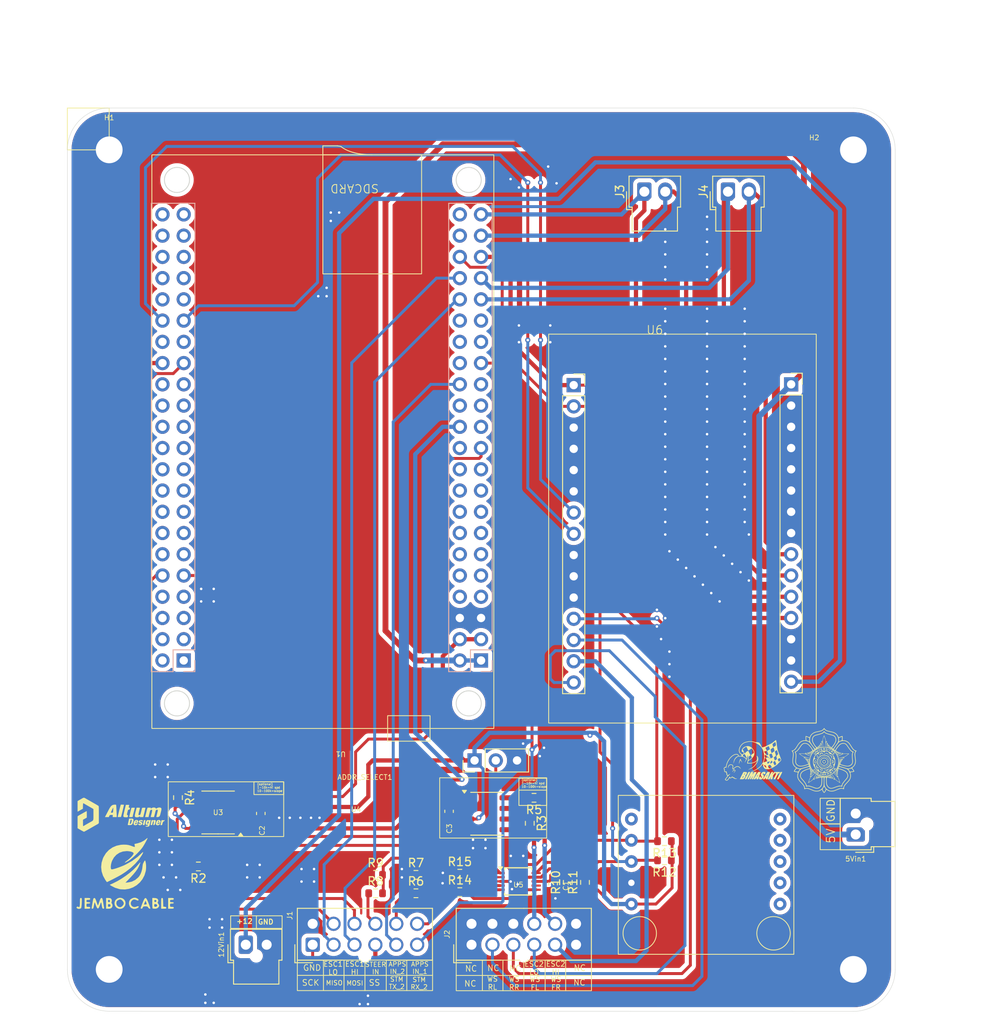
<source format=kicad_pcb>
(kicad_pcb (version 20241229) (generator "pcbnew") (generator_version "9.0")
  (layers (0 "F.Cu" signal) (2 "B.Cu" signal) (13 "F.Paste" user) (15 "B.Paste" user) (5 "F.SilkS" user "F.Silkscreen") (7 "B.SilkS" user "B.Silkscreen") (1 "F.Mask" user) (3 "B.Mask" user) (25 "Edge.Cuts" user))
  (net 0 "")
  (net 1 "APPS_IN2")
  (net 3 "GND")
  (net 6 "12V")
  (net 8 "STM_RX")
  (net 14 "5V")
  (net 21 "STM_TX")
  (net 22 "APPS_IN1")
  (net 23 "Net-(U3-Rs)")
  (net 27 "Net-(U4-Rs)")
  (net 36 "3V3")
  (net 48 "STM_RX_2")
  (net 49 "CAN2_RX")
  (net 50 "CAN1_TX")
  (net 62 "SCK")
  (net 67 "STM_TX_2")
  (net 68 "MISO")
  (net 77 "MOSI")
  (net 78 "SS")
  (net 80 "SDA")
  (net 82 "CAN1_RX")
  (net 83 "SCL")
  (net 84 "CAN2_TX")
  (net 88 "ESC1_LO")
  (net 89 "ESC1_HI")
  (net 90 "STEER")
  (net 91 "ESC2_HI")
  (net 94 "ADDR")
  (net 95 "ESC2_LO")
  (net 102 "APPS2")
  (net 103 "WS_RR")
  (net 104 "WS_RL")
  (net 105 "WS_FL")
  (net 106 "WS_FR")
  (net 107 "STEER_IN")
  (net 108 "APPS1")
  (net 109 "WS_FRo")
  (net 110 "WS_FLo")
  (net 111 "WS_RLo")
  (net 112 "WS_RRo")
  (footprint "Resistor_SMD:R_0603_1608Metric" (layer "F.Cu") (at 105.902 125.5955 90)
    (property "Reference" "R11")
    (property "Value" "10K")
  )
  (footprint "Connector_Molex:Molex_Nano-Fit_105309-xx02_1x02_P2.50mm_Vertical" (layer "F.Cu") (at 113 43 90)
    (property "Reference" "J3")
    (property "Value" "wsout1")
  )
  (footprint "Resistor_SMD:R_0603_1608Metric" (layer "F.Cu") (at 103.843166 125.5955 90)
    (property "Reference" "R10")
    (property "Value" "10K")
  )
  (footprint "MountingHole:MountingHole_3.2mm_M3_ISO7380_Pad_TopBottom" (layer "F.Cu") (at 49 136)
    (property "Reference" "H3" (hide yes))
    (property "Value" "MountingHole_Pad")
  )
  (footprint "Package_SO:SOIC-8_3.9x4.9mm_P1.27mm" (layer "F.Cu") (at 94.1795 117.3875)
    (property "Reference" "U4")
    (property "Value" "SN65HVD230" (hide yes))
  )
  (footprint "0_bno055:0_BNO055" (layer "F.Cu") (at 119.45 141.685 180)
    (property "Reference" "U2" (hide yes))
    (property "Value" "~" (hide yes))
  )
  (footprint "Package_SO:TSSOP-10_3x3mm_P0.5mm" (layer "F.Cu") (at 97.91 125.476)
    (property "Reference" "U5")
    (property "Value" "ADS1115IDGS" (hide yes))
  )
  (footprint "Resistor_SMD:R_0603_1608Metric" (layer "F.Cu") (at 99.806 115.4825 180)
    (property "Reference" "R5")
    (property "Value" "1K")
  )
  (footprint "Connector_Molex:Molex_Nano-Fit_105309-xx02_1x02_P2.50mm_Vertical" (layer "F.Cu") (at 65.332 133.048 90)
    (property "Reference" "12Vin1")
    (property "Value" "Conn_01x02")
  )
  (footprint "0_logo:altium 12x12" (layer "F.Cu") (at 50.5 117.5)
    (property "Reference" "G***" (hide yes))
    (property "Value" "LOGO" (hide yes))
  )
  (footprint "0_logo:11jembo_tulisan_12x8.7" (layer "F.Cu") (at 51 124.5)
    (property "Reference" "a" (hide yes))
    (property "Value" "LOGO" (hide yes))
  )
  (footprint "Connector_Molex:Molex_Nano-Fit_105309-xx02_1x02_P2.50mm_Vertical" (layer "F.Cu") (at 138.275 119.868 180)
    (property "Reference" "5Vin1")
    (property "Value" "Conn_01x02")
  )
  (footprint "0_logo:logo bimsak" (layer "F.Cu") (at 126 111)
    (property "Reference" "G***" (hide yes))
    (property "Value" "LOGO" (hide yes))
  )
  (footprint "Resistor_SMD:R_0603_1608Metric" (layer "F.Cu") (at 90.932 126.762)
    (property "Reference" "R14")
    (property "Value" "5K")
  )
  (footprint "Capacitor_SMD:C_0603_1608Metric" (layer "F.Cu") (at 67.132389 117.354299 -90)
    (property "Reference" "C2")
    (property "Value" "0.1uF")
  )
  (footprint "Resistor_SMD:R_0603_1608Metric" (layer "F.Cu") (at 80.8595 124.698)
    (property "Reference" "R9")
    (property "Value" "3K3")
  )
  (footprint "Resistor_SMD:R_0603_1608Metric" (layer "F.Cu") (at 115.4035 122.952 180)
    (property "Reference" "R12")
    (property "Value" "10K")
  )
  (footprint "Resistor_SMD:R_0603_1608Metric" (layer "F.Cu") (at 90.932 124.562)
    (property "Reference" "R15")
    (property "Value" "3K3")
  )
  (footprint "Resistor_SMD:R_0603_1608Metric" (layer "F.Cu") (at 99.298 118.5305 -90)
    (property "Reference" "R3")
    (property "Value" "120")
  )
  (footprint "Connector_Molex:Molex_Nano-Fit_105310-xx12_2x06_P2.50mm_Vertical" (layer "F.Cu") (at 92.332 133.048 90)
    (property "Reference" "J2")
    (property "Value" "SIGNAL 2")
  )
  (footprint "Resistor_SMD:R_0603_1608Metric" (layer "F.Cu") (at 59.662889 123.691299 180)
    (property "Reference" "R2")
    (property "Value" "120")
  )
  (footprint "Connector_Molex:Molex_Nano-Fit_105309-xx02_1x02_P2.50mm_Vertical" (layer "F.Cu") (at 123 43 90)
    (property "Reference" "J4")
    (property "Value" "wsout2")
  )
  (footprint "0_WHEELSPEED:Untitled" (layer "F.Cu") (at 114.25125 60.038914)
    (property "Reference" "U6")
    (property "Value" "~")
  )
  (footprint "Connector_PinHeader_2.54mm:PinHeader_1x03_P2.54mm_Vertical" (layer "F.Cu") (at 92.694 111.014 90)
    (property "Reference" "ADDR_SELECT1")
    (property "Value" "Conn_01x03")
  )
  (footprint "Capacitor_SMD:C_0603_1608Metric" (layer "F.Cu") (at 102.092 125.759 90)
    (property "Reference" "C1")
    (property "Value" "0.1uF")
  )
  (footprint "MountingHole:MountingHole_3.2mm_M3_ISO7380_Pad_TopBottom" (layer "F.Cu") (at 138 38)
    (property "Reference" "H2")
    (property "Value" "MountingHole_Pad")
  )
  (footprint "Package_SO:SOIC-8_3.9x4.9mm_P1.27mm" (layer "F.Cu") (at 62.025 117.237 180)
    (property "Reference" "U3")
    (property "Value" "SN65HVD230" (hide yes))
  )
  (footprint "0_logo:ugm 7.8x7.8" (layer "F.Cu") (at 134.5 111.014)
    (property "Reference" "G***" (hide yes))
    (property "Value" "LOGO" (hide yes))
  )
  (footprint "Resistor_SMD:R_0603_1608Metric" (layer "F.Cu") (at 80.8595 126.898)
    (property "Reference" "R8")
    (property "Value" "5K")
  )
  (footprint "Resistor_SMD:R_0603_1608Metric" (layer "F.Cu") (at 85.6855 124.698)
    (property "Reference" "R7")
    (property "Value" "3K3")
  )
  (footprint "Resistor_SMD:R_0603_1608Metric" (layer "F.Cu") (at 85.6855 126.898)
    (property "Reference" "R6")
    (property "Value" "5K")
  )
  (footprint "Connector_Molex:Molex_Nano-Fit_105310-xx12_2x06_P2.50mm_Vertical" (layer "F.Cu") (at 73.332 133.048 90)
    (property "Reference" "J1")
    (property "Value" "SIGNAL 1")
  )
  (footprint "MountingHole:MountingHole_3.2mm_M3_ISO7380_Pad_TopBottom" (layer "F.Cu") (at 49 38)
    (property "Reference" "H1")
    (property "Value" "MountingHole_Pad")
  )
  (footprint "Resistor_SMD:R_0603_1608Metric" (layer "F.Cu") (at 57.226389 115.459799 -90)
    (property "Reference" "R4")
    (property "Value" "1K")
  )
  (footprint "Capacitor_SMD:C_0603_1608Metric" (layer "F.Cu") (at 89.646 117.097 90)
    (property "Reference" "C3")
    (property "Value" "0.1uF")
  )
  (footprint "MountingHole:MountingHole_3.2mm_M3_ISO7380_Pad_TopBottom" (layer "F.Cu") (at 138 136)
    (property "Reference" "H4" (hide yes))
    (property "Value" "MountingHole_Pad")
  )
  (footprint "Resistor_SMD:R_0603_1608Metric" (layer "F.Cu") (at 115.4035 120.666 180)
    (property "Reference" "R13")
    (property "Value" "10K")
  )
  (footprint "0_MCU:STM32H7XX" (layer "F.Cu") (at 83.312 115.824 180)
    (property "Reference" "U1")
    (property "Value" "~")
    (fp_circle (center 26.206 74.226) (end 27.706 74.226) (stroke (width 0.1)) (fill no) (layer "Edge.Cuts"))
    (fp_circle (center 26.206 11.636) (end 27.706 11.636) (stroke (width 0.1)) (fill no) (layer "Edge.Cuts"))
    (fp_circle (center -8.684 74.226) (end -7.184 74.226) (stroke (width 0.1)) (fill no) (layer "Edge.Cuts"))
    (fp_circle (center -8.684 11.636) (end -7.184 11.636) (stroke (width 0.1)) (fill no) (layer "Edge.Cuts"))
  )
  (gr_line (start 98.589547 134.898) (end 98.589547 138.544273) (stroke (width 0.1)) (layer "F.SilkS"))
  (gr_line (start 82.13244 134.889083) (end 82.13244 138.535356) (stroke (width 0.1)) (layer "F.SilkS"))
  (gr_rect (start 71.498328 134.889084) (end 87.673422 138.535357) (stroke (width 0.1)) (fill no) (layer "F.SilkS"))
  (gr_rect (start 88.5265 113.085243) (end 101.312755 120.300718) (stroke (width 0.1)) (fill no) (layer "F.SilkS"))
  (gr_rect (start 56.067675 113.568638) (end 69.86993 120.111385) (stroke (width 0.1)) (fill no) (layer "F.SilkS"))
  (gr_rect (start 134.028748 118.5926) (end 136.425 118.618) (stroke (width 0.1)) (fill no) (layer "F.SilkS"))
  (gr_line (start 77.083245 134.889084) (end 77.083245 138.535357) (stroke (width 0.1)) (layer "F.SilkS"))
  (gr_line (start 66.604142 129.588059) (end 66.604142 131.098266) (stroke (width 0.1)) (layer "F.SilkS"))
  (gr_line (start 74.626063 134.889084) (end 74.626063 138.491084) (stroke (width 0.1)) (layer "F.SilkS"))
  (gr_line (start 71.498328 136.71222) (end 87.673422 136.71222) (stroke (width 0.1)) (layer "F.SilkS"))
  (gr_line (start 98.014439 114.564969) (end 101.279876 114.564969) (stroke (width 0.1)) (layer "F.SilkS"))
  (gr_line (start 79.585875 134.889084) (end 79.585875 138.535357) (stroke (width 0.1)) (layer "F.SilkS"))
  (gr_rect (start 66.310486 113.567953) (end 69.866486 115.091953) (stroke (width 0.1)) (fill no) (layer "F.SilkS"))
  (gr_line (start 96.086917 134.898) (end 96.086917 138.544273) (stroke (width 0.1)) (layer "F.SilkS"))
  (gr_line (start 84.582244 134.889084) (end 84.589623 138.535357) (stroke (width 0.1)) (layer "F.SilkS"))
  (gr_rect (start 134.028748 115.538) (end 136.425 121.687696) (stroke (width 0.1)) (fill no) (layer "F.SilkS"))
  (gr_line (start 90.502 136.721136) (end 106.677094 136.721136) (stroke (width 0.1)) (layer "F.SilkS"))
  (gr_line (start 103.585916 134.898) (end 103.593295 138.544273) (stroke (width 0.1)) (layer "F.SilkS"))
  (gr_rect (start 44 33) (end 49 38) (stroke (width 0.1)) (fill no) (layer "F.SilkS"))
  (gr_rect (start 98.001647 113.142513) (end 101.311426 116.394876) (stroke (width 0.1)) (fill no) (layer "F.SilkS"))
  (gr_line (start 93.629735 134.898) (end 93.629735 138.5) (stroke (width 0.1)) (layer "F.SilkS"))
  (gr_line (start 101.136112 134.897999) (end 101.136112 138.544272) (stroke (width 0.1)) (layer "F.SilkS"))
  (gr_rect (start 63.526377 129.588059) (end 69.681907 131.098266) (stroke (width 0.1)) (fill no) (layer "F.SilkS"))
  (gr_rect (start 90.502 134.898) (end 106.677094 138.544273) (stroke (width 0.1)) (fill no) (layer "F.SilkS"))
  (gr_line (start 49 141) (end 138 141.01744) (stroke (width 0.05)) (layer "Edge.Cuts"))
  (gr_line (start 143 136.0174) (end 143 38) (stroke (width 0.05)) (layer "Edge.Cuts"))
  (gr_arc (start 138 33) (mid 141.535534 34.464466) (end 143 38) (stroke (width 0.05)) (layer "Edge.Cuts"))
  (gr_arc (start 143 136.0174) (mid 141.535548 139.552959) (end 138 141.017439) (stroke (width 0.05)) (layer "Edge.Cuts"))
  (gr_arc (start 49 141) (mid 45.464466 139.535534) (end 44 136) (stroke (width 0.05)) (layer "Edge.Cuts"))
  (gr_line (start 44 38) (end 44 136) (stroke (width 0.05)) (layer "Edge.Cuts"))
  (gr_arc (start 44 38) (mid 45.464466 34.464466) (end 49 33) (stroke (width 0.05)) (layer "Edge.Cuts"))
  (gr_line (start 138 33) (end 49 33) (stroke (width 0.05)) (layer "Edge.Cuts"))
  (gr_text "(optional)\n1-10k=hi spd\n10-100k=slope	" (at 98.309637 114.292181 0) (layer "F.SilkS") (effects (font (size 0.25 0.25) (thickness 0.05) (bold yes)) (justify left bottom)))
  (gr_text "WS\nRL\n" (at 94.834905 138.468251 0) (layer "F.SilkS") (effects (font (size 0.6 0.6) (thickness 0.09)) (justify bottom)))
  (gr_text "STM\nTX_2\n\n" (at 83.387548 139.276554 0) (layer "F.SilkS") (effects (font (size 0.55 0.55) (thickness 0.085)) (justify bottom)))
  (gr_text "MISO" (at 74.86211 137.94058 0) (layer "F.SilkS") (effects (font (size 0.55 0.55) (thickness 0.085)) (justify left bottom)))
  (gr_text "WS\nRR\n" (at 97.435977 138.490388 0) (layer "F.SilkS") (effects (font (size 0.6 0.6) (thickness 0.09)) (justify bottom)))
  (gr_text "NC" (at 91.40685 138.109752 0) (layer "F.SilkS") (effects (font (size 0.7 0.7) (thickness 0.09)) (justify left bottom)))
  (gr_text "ESC2\nLO\n" (at 99.813067 136.680628 0) (layer "F.SilkS") (effects (font (size 0.6 0.6) (thickness 0.09)) (justify bottom)))
  (gr_text "STM\nRX_2\n\n" (at 86.066099 139.320828 0) (layer "F.SilkS") (effects (font (size 0.55 0.55) (thickness 0.085)) (justify bottom)))
  (gr_text "GND" (at 72.137364 136.213911 0) (layer "F.SilkS") (effects (font (size 0.7 0.7) (thickness 0.09)) (justify left bottom)))
  (gr_text "NC" (at 104.456484 137.976931 0) (layer "F.SilkS") (effects (font (size 0.7 0.7) (thickness 0.09)) (justify left bottom)))
  (gr_text "WS\nFR\n" (at 102.427822 138.501456 0) (layer "F.SilkS") (effects (font (size 0.6 0.6) (thickness 0.09)) (justify bottom)))
  (gr_text "GND\n" (at 135.833974 118.452114 90) (layer "F.SilkS") (effects (font (size 0.9 0.9) (thickness 0.1125)) (justify left bottom)))
  (gr_text "SCK" (at 72 138 0) (layer "F.SilkS") (effects (font (size 0.7 0.7) (thickness 0.09)) (justify left bottom)))
  (gr_text "SS" (at 80 138 0) (layer "F.SilkS") (effects (font (size 0.7 0.7) (thickness 0.09)) (justify left bottom)))
  (gr_text "NC" (at 104.506291 136.233659 0) (layer "F.SilkS") (effects (font (size 0.7 0.7) (thickness 0.09)) (justify left bottom)))
  (gr_text "NC" (at 94.162879 136.250262 0) (layer "F.SilkS") (effects (font (size 0.7 0.7) (thickness 0.09)) (justify left bottom)))
  (gr_text "APPS\nIN_2\n\n" (at 83.461027 137.466794 0) (layer "F.SilkS") (effects (font (size 0.55 0.55) (thickness 0.085)) (justify bottom)))
  (gr_text "MOSI" (at 77.327595 137.965484 0) (layer "F.SilkS") (effects (font (size 0.55 0.55) (thickness 0.085)) (justify left bottom)))
  (gr_text "STEER\nIN\n\n" (at 80.865412 137.503534 0) (layer "F.SilkS") (effects (font (size 0.55 0.55) (thickness 0.085)) (justify bottom)))
  (gr_text "(optional)\n1-10k=hi spd\n10-100k=slope	" (at 66.670993 114.801299 0) (layer "F.SilkS") (effects (font (size 0.25 0.25) (thickness 0.05) (bold yes)) (justify left bottom)))
  (gr_text "5V" (at 135.883781 121.008913 90) (layer "F.SilkS") (effects (font (size 1 1) (thickness 0.1)) (justify left bottom)))
  (gr_text "NC" (at 91.5 136.316672 0) (layer "F.SilkS") (effects (font (size 0.7 0.7) (thickness 0.09)) (justify left bottom)))
  (gr_text "ESC1\nHI\n\n" (at 78.361644 137.641965 0) (layer "F.SilkS") (effects (font (size 0.6 0.6) (thickness 0.09)) (justify bottom)))
  (gr_text "WS\nFL\n" (at 99.915297 138.501456 0) (layer "F.SilkS") (effects (font (size 0.6 0.6) (thickness 0.09)) (justify bottom)))
  (gr_text "ESC2\nHI\n\n" (at 102.400611 137.634969 0) (layer "F.SilkS") (effects (font (size 0.6 0.6) (thickness 0.09)) (justify bottom)))
  (gr_text "APPS\nIN_1\n\n" (at 86.150646 137.466794 0) (layer "F.SilkS") (effects (font (size 0.55 0.55) (thickness 0.085)) (justify bottom)))
  (gr_text "NC" (at 96.786088 136.283467 0) (layer "F.SilkS") (effects (font (size 0.7 0.7) (thickness 0.09)) (justify left bottom)))
  (gr_text "ESC1\nLO\n" (at 75.7741 136.687624 0) (layer "F.SilkS") (effects (font (size 0.6 0.6) (thickness 0.09)) (justify bottom)))
  (gr_text "+12" (at 64.160288 130.592319 0) (layer "F.SilkS") (effects (font (size 0.6 0.6) (thickness 0.12) (bold yes)) (justify left bottom)))
  (gr_text "GND" (at 66.725388 130.667031 0) (layer "F.SilkS") (effects (font (size 0.6 0.6) (thickness 0.12) (bold yes)) (justify left bottom)))
  (segment (start 83.332 127.996) (end 84.43 126.898) (width 0.35) (layer "F.Cu") (net 1))
  (segment (start 84.43 126.898) (end 84.773 126.898) (width 0.35) (layer "F.Cu") (net 1))
  (segment (start 83.332 130.548) (end 83.332 127.996) (width 0.35) (layer "F.Cu") (net 1))
  (segment (start 89.646 116.322) (end 91.274 116.322) (width 0.35) (layer "F.Cu") (net 3))
  (segment (start 104.55125 71.214914) (end 104.55125 78.834914) (width 0.508) (layer "F.Cu") (net 3))
  (segment (start 102.092 126.534) (end 102.092 127.238) (width 0.35) (layer "F.Cu") (net 3))
  (segment (start 102.092 127.238) (end 102.362 127.508) (width 0.35) (layer "F.Cu") (net 3))
  (segment (start 91.274 116.322) (end 91.7045 116.7525) (width 0.35) (layer "F.Cu") (net 3))
  (segment (start 97.012 125.492) (end 96.996 125.476) (width 0.35) (layer "F.Cu") (net 3))
  (segment (start 96.996 125.476) (end 95.76 125.476) (width 0.35) (layer "F.Cu") (net 3))
  (via (at 56 113) (size 0.6) (drill 0.3) (layers "F.Cu" "B.Cu") (net 3))
  (via (at 115.5 82.5) (size 0.6) (drill 0.3) (layers "F.Cu" "B.Cu") (net 3))
  (via (at 75.5 45.5) (size 0.6) (drill 0.3) (layers "F.Cu" "B.Cu") (net 3))
  (via (at 120.5 79.5) (size 0.6) (drill 0.3) (layers "F.Cu" "B.Cu") (net 3))
  (via (at 120.5 73.5) (size 0.6) (drill 0.3) (layers "F.Cu" "B.Cu") (net 3))
  (via (at 115 96.5) (size 0.6) (drill 0.3) (layers "F.Cu" "B.Cu") (net 3))
  (via (at 125 72) (size 0.6) (drill 0.3) (layers "F.Cu" "B.Cu") (net 3))
  (via (at 120.5 49) (size 0.6) (drill 0.3) (layers "F.Cu" "B.Cu") (net 3))
  (via (at 114.5 93) (size 0.6) (drill 0.3) (layers "F.Cu" "B.Cu") (net 3))
  (via (at 115.5 66) (size 0.6) (drill 0.3) (layers "F.Cu" "B.Cu") (net 3))
  (via (at 97.028 122.428) (size 0.6) (drill 0.3) (layers "F.Cu" "B.Cu") (net 3))
  (via (at 76.5 45.5) (size 0.6) (drill 0.3) (layers "F.Cu" "B.Cu") (net 3))
  (via (at 121.5 85.5) (size 0.6) (drill 0.3) (layers "F.Cu" "B.Cu") (net 3))
  (via (at 120.5 61.5) (size 0.6) (drill 0.3) (layers "F.Cu" "B.Cu") (net 3))
  (via (at 79.94764 139.149423) (size 0.6) (drill 0.3) (layers "F.Cu" "B.Cu") (net 3))
  (via (at 94 120.5) (size 0.6) (drill 0.3) (layers "F.Cu" "B.Cu") (net 3))
  (via (at 125.5 84) (size 0.6) (drill 0.3) (layers "F.Cu" "B.Cu") (net 3))
  (via (at 120.5 58.5) (size 0.6) (drill 0.3) (layers "F.Cu" "B.Cu") (net 3))
  (via (at 62.5 131) (size 0.6) (drill 0.3) (layers "F.Cu" "B.Cu") (net 3))
  (via (at 74 55.5) (size 0.6) (drill 0.3) (layers "F.Cu" "B.Cu") (net 3))
  (via (at 120.5 81) (size 0.6) (drill 0.3) (layers "F.Cu" "B.Cu") (net 3))
  (via (at 92.511631 120.500178) (size 0.6) (drill 0.3) (layers "F.Cu" "B.Cu") (net 3))
  (via (at 125 63) (size 0.6) (drill 0.3) (layers "F.Cu" "B.Cu") (net 3))
  (via (at 55 122) (size 0.6) (drill 0.3) (layers "F.Cu" "B.Cu") (net 3))
  (via (at 98.5 109) (size 0.6) (drill 0.3) (layers "F.Cu" "B.Cu") (net 3))
  (via (at 101.75 61) (size 0.6) (drill 0.3) (layers "F.Cu" "B.Cu") (net 3))
  (via (at 84 124) (size 0.6) (drill 0.3) (layers "F.Cu" "B.Cu") (net 3))
  (via (at 125 61.5) (size 0.6) (drill 0.3) (layers "F.Cu" "B.Cu") (net 3))
  (via (at 118 88) (size 0.6) (drill 0.3) (layers "F.Cu" "B.Cu") (net 3))
  (via (at 125 76.5) (size 0.6) (drill 0.3) (layers "F.Cu" "B.Cu") (net 3))
  (via (at 56 111.5) (size 0.6) (drill 0.3) (layers "F.Cu" "B.Cu") (net 3))
  (via (at 94 121.5) (size 0.6) (drill 0.3) (layers "F.Cu" "B.Cu") (net 3))
  (via (at 115.5 84) (size 0.6) (drill 0.3) (layers "F.Cu" "B.Cu") (net 3))
  (via (at 73.5 125.5) (size 0.6) (drill 0.3) (layers "F.Cu" "B.Cu") (net 3))
  (via (at 54.5 113) (size 0.6) (drill 0.3) (layers "F.Cu" "B.Cu") (net 3))
  (via (at 124.5 88.5) (size 0.6) (drill 0.3) (layers "F.Cu" "B.Cu") (net 3))
  (via (at 72 125.5) (size 0.6) (drill 0.3) (layers "F.Cu" "B.Cu") (net 3))
  (via (at 125 81) (size 0.6) (drill 0.3) (layers "F.Cu" "B.Cu") (net 3))
  (via (at 120.5 57) (size 0.6) (drill 0.3) (layers "F.Cu" "B.Cu") (net 3))
  (via (at 60.5 140) (size 0.6) (drill 0.3) (layers "F.Cu" "B.Cu") (net 3))
  (via (at 88.870036 125.696598) (size 0.6) (drill 0.3) (layers "F.Cu" "B.Cu") (net 3))
  (via (at 115.5 75) (size 0.6) (drill 0.3) (layers "F.Cu" "B.Cu") (net 3))
  (via (at 120.5 70.5) (size 0.6) (drill 0.3) (layers "F.Cu" "B.Cu") (net 3))
  (via (at 120.5 82.5) (size 0.6) (drill 0.3) (layers "F.Cu" "B.Cu") (net 3))
  (via (at 102.362 127.508) (size 0.6) (drill 0.3) (layers "F.Cu" "B.Cu") (net 3))
  (via (at 79.94764 140.149423) (size 0.6) (drill 0.3) (layers "F.Cu" "B.Cu") (net 3))
  (via (at 115.5 47.5) (size 0.6) (drill 0.3) (layers "F.Cu" "B.Cu") (net 3))
  (via (at 125 69) (size 0.6) (drill 0.3) (layers "F.Cu" "B.Cu") (net 3))
  (via (at 115.5 81) (size 0.6) (drill 0.3) (layers "F.Cu" "B.Cu") (net 3))
  (via (at 115.5 70.5) (size 0.6) (drill 0.3) (layers "F.Cu" "B.Cu") (net 3))
  (via (at 120.5 69) (size 0.6) (drill 0.3) (layers "F.Cu" "B.Cu") (net 3))
  (via (at 116 98) (size 0.6) (drill 0.3) (layers "F.Cu" "B.Cu") (net 3))
  (via (at 75 55.5) (size 0.6) (drill 0.3) (layers "F.Cu" "B.Cu") (net 3))
  (via (at 100.5 110.5) (size 0.6) (drill 0.3) (layers "F.Cu" "B.Cu") (net 3))
  (via (at 115.5 69) (size 0.6) (drill 0.3) (layers "F.Cu" "B.Cu") (net 3))
  (via (at 71.866 117.872) (size 0.6) (drill 0.3) (layers "F.Cu" "B.Cu") (net 3))
  (via (at 65.5 123.5) (size 0.6) (drill 0.3) (layers "F.Cu" "B.Cu") (net 3))
  (via (at 120.5 53.5) (size 0.6) (drill 0.3) (layers "F.Cu" "B.Cu") (net 3))
  (via (at 116 101) (size 0.6) (drill 0.3) (layers "F.Cu" "B.Cu") (net 3))
  (via (at 117 87) (size 0.6) (drill 0.3) (layers "F.Cu" "B.Cu") (net 3))
  (via (at 116 86) (size 0.6) (drill 0.3) (layers "F.Cu" "B.Cu") (net 3))
  (via (at 115.5 73.5) (size 0.6) (drill 0.3) (layers "F.Cu" "B.Cu") (net 3))
  (via (at 102.5 42) (size 0.6) (drill 0.3) (layers "F.Cu" "B.Cu") (net 3))
  (via (at 92.511631 121.500178) (size 0.6) (drill 0.3) (layers "F.Cu" "B.Cu") (net 3))
  (via (at 115.5 78) (size 0.6) (drill 0.3) (layers "F.Cu" "B.Cu") (net 3))
  (via (at 61.5 92) (size 0.6) (drill 0.3) (layers "F.Cu" "B.Cu") (net 3))
  (via (at 115.5 94) (size 0.6) (drill 0.3) (layers "F.Cu" "B.Cu") (net 3))
  (via (at 120.5 72) (size 0.6) (drill 0.3) (layers "F.Cu" "B.Cu") (net 3))
  (via (at 65.5 125) (size 0.6) (drill 0.3) (layers "F.Cu" "B.Cu") (net 3))
  (via (at 78.94764 140.149423) (size 0.6) (drill 0.3) (layers "F.Cu" "B.Cu") (net 3))
  (via (at 57.5 126.5) (size 0.6) (drill 0.3) (layers "F.Cu" "B.Cu") (net 3))
  (via (at 121 91) (size 0.6) (drill 0.3) (layers "F.Cu" "B.Cu") (net 3))
  (via (at 125 57) (size 0.6) (drill 0.3) (layers "F.Cu" "B.Cu") (net 3))
  (via (at 120.5 50.5) (size 0.6) (drill 0.3) (layers "F.Cu" "B.Cu") (net 3))
  (via (at 125 66) (size 0.6) (drill 0.3) (layers "F.Cu" "B.Cu") (net 3))
  (via (at 120.5 84) (size 0.6) (drill 0.3) (layers "F.Cu" "B.Cu") (net 3))
  (via (at 120.5 76.5) (size 0.6) (drill 0.3) (layers "F.Cu" "B.Cu") (net 3))
  (via (at 115.5 63) (size 0.6) (drill 0.3) (layers "F.Cu" "B.Cu") (net 3))
  (via (at 97 41.5) (size 0.6) (drill 0.3) (layers "F.Cu" "B.Cu") (net 3))
  (via (at 61 131) (size 0.6) (drill 0.3) (layers "F.Cu" "B.Cu") (net 3))
  (via (at 125 73.5) (size 0.6) (drill 0.3) (layers "F.Cu" "B.Cu") (net 3))
  (via (at 125 78) (size 0.6) (drill 0.3) (layers "F.Cu" "B.Cu") (net 3))
  (via (at 73.136 117.872) (size 0.6) (drill 0.3) (layers "F.Cu" "B.Cu") (net 3))
  (via (at 57 125) (size 0.6) (drill 0.3) (layers "F.Cu" "B.Cu") (net 3))
  (via (at 61.5 140) (size 0.6) (drill 0.3) (layers "F.Cu" "B.Cu") (net 3))
  (via (at 120.5 75) (size 0.6) (drill 0.3) (layers "F.Cu" "B.Cu") (net 3))
  (via (at 125 67.5) (size 0.6) (drill 0.3) (layers "F.Cu" "B.Cu") (net 3))
  (via (at 120.5 60) (size 0.6) (drill 0.3) (layers "F.Cu" "B.Cu") (net 3))
  (via (at 125.5 89.5) (size 0.6) (drill 0.3) (layers "F.Cu" "B.Cu") (net 3))
  (via (at 84 125) (size 0.6) (drill 0.3) (layers "F.Cu" "B.Cu") (net 3))
  (via (at 125 79.5) (size 0.6) (drill 0.3) (layers "F.Cu" "B.Cu") (net 3))
  (via (at 115.5 72) (size 0.6) (drill 0.3) (layers "F.Cu" "B.Cu") (net 3))
  (via (at 56.5 120.5) (size 0.6) (drill 0.3) (layers "F.Cu" "B.Cu") (net 3))
  (via (at 101.5 40) (size 0.6) (drill 0.3) (layers "F.Cu" "B.Cu") (net 3))
  (via (at 115.5 61.5) (size 0.6) (drill 0.3) (layers "F.Cu" "B.Cu") (net 3))
  (via (at 120.5 67.5) (size 0.6) (drill 0.3) (layers "F.Cu" "B.Cu") (net 3))
  (via (at 98 42.5) (size 0.6) (drill 0.3) (layers "F.Cu" "B.Cu") (net 3))
  (via (at 125 75) (size 0.6) (drill 0.3) (layers "F.Cu" "B.Cu") (net 3))
  (via (at 98 61) (size 0.6) (drill 0.3) (layers "F.Cu" "B.Cu") (net 3))
  (via (at 75.5 46.5) (size 0.6) (drill 0.3) (layers "F.Cu" "B.Cu") (net 3))
  (via (at 115.5 76.5) (size 0.6) (drill 0.3) (layers "F.Cu" "B.Cu") (net 3))
  (via (at 98 59) (size 0.6) (drill 0.3) (layers "F.Cu" "B.Cu") (net 3))
  (via (at 116 99.5) (size 0.6) (drill 0.3) (layers "F.Cu" "B.Cu") (net 3))
  (via (at 125 60) (size 0.6) (drill 0.3) (layers "F.Cu" "B.Cu") (net 3))
  (via (at 54.5 111.5) (size 0.6) (drill 0.3) (layers "F.Cu" "B.Cu") (net 3))
  (via (at 97.167948 126.404073) (size 0.6) (drill 0.3) (layers "F.Cu" "B.Cu") (net 3))
  (via (at 115.5 60) (size 0.6) (drill 0.3) (layers "F.Cu" "B.Cu") (net 3))
  (via (at 123.5 87.5) (size 0.6) (drill 0.3) (layers "F.Cu" "B.Cu") (net 3))
  (via (at 115.5 58.5) (size 0.6) (drill 0.3) (layers "F.Cu" "B.Cu") (net 3))
  (via (at 120.5 52) (size 0.6) (drill 0.3) (layers "F.Cu" "B.Cu") (net 3))
  (via (at 115.5 49) (size 0.6) (drill 0.3) (layers "F.Cu" "B.Cu") (net 3))
  (via (at 122.5 86.5) (size 0.6) (drill 0.3) (layers "F.Cu" "B.Cu") (net 3))
  (via (at 125 82.5) (size 0.6) (drill 0.3) (layers "F.Cu" "B.Cu") (net 3))
  (via (at 125 64.5) (size 0.6) (drill 0.3) (layers "F.Cu" "B.Cu") (net 3))
  (via (at 56.5 122) (size 0.6) (drill 0.3) (layers "F.Cu" "B.Cu") (net 3))
  (via (at 56.5 123.5) (size 0.6) (drill 0.3) (layers "F.Cu" "B.Cu") (net 3))
  (via (at 56 126.5) (size 0.6) (drill 0.3) (layers "F.Cu" "B.Cu") (net 3))
  (via (at 122 92) (size 0.6) (drill 0.3) (layers "F.Cu" "B.Cu") (net 3))
  (via (at 67 125) (size 0.6) (drill 0.3) (layers "F.Cu" "B.Cu") (net 3))
  (via (at 70.596 117.872) (size 0.6) (drill 0.3) (layers "F.Cu" "B.Cu") (net 3))
  (via (at 98.516369 122.427822) (size 0.6) (drill 0.3) (layers "F.Cu" "B.Cu") (net 3))
  (via (at 61 130) (size 0.6) (drill 0.3) (layers "F.Cu" "B.Cu") (net 3))
  (via (at 120.5 64.5) (size 0.6) (drill 0.3) (layers "F.Cu" "B.Cu") (net 3))
  (via (at 69.326 117.872) (size 0.6) (drill 0.3) (layers "F.Cu" "B.Cu") (net 3))
  (via (at 115.5 53.5) (size 0.6) (drill 0.3) (layers "F.Cu" "B.Cu") (net 3))
  (via (at 67 123.5) (size 0.6) (drill 0.3) (layers "F.Cu" "B.Cu") (net 3))
  (via (at 60.5 139) (size 0.6) (drill 0.3) (layers "F.Cu" "B.Cu") (net 3))
  (via (at 55 120.5) (size 0.6) (drill 0.3) (layers "F.Cu" "B.Cu") (net 3))
  (via (at 61.5 90.5) (size 0.6) (drill 0.3) (layers "F.Cu" "B.Cu") (net 3))
  (via (at 120.5 66) (size 0.6) (drill 0.3) (layers "F.Cu" "B.Cu") (net 3))
  (via (at 114.5 95) (size 0.6) (drill 0.3) (layers "F.Cu" "B.Cu") (net 3))
  (via (at 75 54.5) (size 0.6) (drill 0.3) (layers "F.Cu" "B.Cu") (net 3))
  (via (at 120.5 47.5) (size 0.6) (drill 0.3) (layers "F.Cu" "B.Cu") (net 3))
  (via (at 62.5 130) (size 0.6) (drill 0.3) (layers "F.Cu" "B.Cu") (net 3))
  (via (at 115.5 50.5) (size 0.6) (drill 0.3) (layers "F.Cu" "B.Cu") (net 3))
  (via (at 101.75 59) (size 0.6) (drill 0.3) (layers "F.Cu" "B.Cu") (net 3))
  (via (at 72 124) (size 0.6) (drill 0.3) (layers "F.Cu" "B.Cu") (net 3))
  (via (at 55 123.5) (size 0.6) (drill 0.3) (layers "F.Cu" "B.Cu") (net 3))
  (via (at 119 89) (size 0.6) (drill 0.3) (layers "F.Cu" "B.Cu") (net 3))
  (via (at 88.9 124.46) (size 0.6) (drill 0.3) (layers "F.Cu" "B.Cu") (net 3))
  (via (at 74.152 117.872) (size 0.6) (drill 0.3) (layers "F.Cu" "B.Cu") (net 3))
  (via (at 115.5 79.5) (size 0.6) (drill 0.3) (layers "F.Cu" "B.Cu") (net 3))
  (via (at 115.5 64.5) (size 0.6) (drill 0.3) (layers "F.Cu" "B.Cu") (net 3))
  (via (at 125 58.5) (size 0.6) (drill 0.3) (layers "F.Cu" "B.Cu") (net 3))
  (via (at 60 90.5) (size 0.6) (drill 0.3) (layers "F.Cu" "B.Cu") (net 3))
  (via (at 73.5 124) (size 0.6) (drill 0.3) (layers "F.Cu" "B.Cu") (net 3))
  (via (at 60 92) (size 0.6) (drill 0.3) (layers "F.Cu" "B.Cu") (net 3))
  (via (at 120.5 46) (size 0.6) (drill 0.3) (layers "F.Cu" "B.Cu") (net 3))
  (via (at 97.012 125.492) (size 0.6) (drill 0.3) (layers "F.Cu" "B.Cu") (net 3))
  (via (at 125 70.5) (size 0.6) (drill 0.3) (layers "F.Cu" "B.Cu") (net 3))
  (via (at 115.5 57) (size 0.6) (drill 0.3) (layers "F.Cu" "B.Cu") (net 3))
  (via (at 55.5 125) (size 0.6) (drill 0.3) (layers "F.Cu" "B.Cu") (net 3))
  (via (at 115.5 52) (size 0.6) (drill 0.3) (layers "F.Cu" "B.Cu") (net 3))
  (via (at 120.5 63) (size 0.6) (drill 0.3) (layers "F.Cu" "B.Cu") (net 3))
  (via (at 120.5 78) (size 0.6) (drill 0.3) (layers "F.Cu" "B.Cu") (net 3))
  (via (at 120 90) (size 0.6) (drill 0.3) (layers "F.Cu" "B.Cu") (net 3))
  (via (at 97.846809 125.828517) (size 0.6) (drill 0.3) (layers "F.Cu" "B.Cu") (net 3))
  (via (at 101 109.5) (size 0.6) (drill 0.3) (layers "F.Cu" "B.Cu") (net 3))
  (via (at 115.5 67.5) (size 0.6) (drill 0.3) (layers "F.Cu" "B.Cu") (net 3))
  (segment (start 130.556 99.06) (end 130.556 96.52) (width 0.508) (layer "B.Cu") (net 3))
  (segment (start 130.556 68.58) (end 130.556 83.82) (width 0.508) (layer "B.Cu") (net 3))
  (segment (start 104.55125 91.534914) (end 104.55125 86.454914) (width 0.508) (layer "B.Cu") (net 3))
  (segment (start 76.5 47.96) (end 80.599005 43.860995) (width 0.508) (layer "B.Cu") (net 6))
  (segment (start 130.75 39.5) (end 136.398 45.148) (width 0.508) (layer "B.Cu") (net 6))
  (segment (start 107.14999 39.5) (end 130.75 39.5) (width 0.508) (layer "B.Cu") (net 6))
  (segment (start 136.398 45.148) (end 136.398 99.06) (width 0.508) (layer "B.Cu") (net 6))
  (segment (start 102.788995 43.860995) (end 107.14999 39.5) (width 0.508) (layer "B.Cu") (net 6))
  (segment (start 67.691 126.380079) (end 65.332 128.739079) (width 0.508) (layer "B.Cu") (net 6))
  (segment (start 65.332 128.739079) (end 65.332 133.048) (width 0.508) (layer "B.Cu") (net 6))
  (segment (start 67.564 126.492) (end 67.691 126.365) (width 0.508) (layer "B.Cu") (net 6))
  (segment (start 133.858 101.6) (end 130.556 101.6) (width 0.508) (layer "B.Cu") (net 6))
  (segment (start 80.599005 43.860995) (end 102.788995 43.860995) (width 0.508) (layer "B.Cu") (net 6))
  (segment (start 136.398 99.06) (end 133.858 101.6) (width 0.508) (layer "B.Cu") (net 6))
  (segment (start 76.5 117.556) (end 76.5 47.96) (width 0.508) (layer "B.Cu") (net 6))
  (segment (start 67.691 126.365) (end 76.5 117.556) (width 0.508) (layer "B.Cu") (net 6))
  (segment (start 67.691 126.365) (end 67.691 126.380079) (width 0.508) (layer "B.Cu") (net 6))
  (segment (start 99.06 41.91) (end 99.06 60.75) (width 0.35) (layer "F.Cu") (net 8))
  (via (at 99.06 41.91) (size 0.6) (drill 0.3) (layers "F.Cu" "B.Cu") (net 8))
  (via (at 99.06 60.75) (size 0.6) (drill 0.3) (layers "F.Cu" "B.Cu") (net 8))
  (segment (start 99.06 60.75) (end 99.06 78.423664) (width 0.35) (layer "B.Cu") (net 8))
  (segment (start 73.914 53.848) (end 73.914 41.402) (width 0.35) (layer "B.Cu") (net 8))
  (segment (start 73.914 41.402) (end 76.708 38.608) (width 0.35) (layer "B.Cu") (net 8))
  (segment (start 76.708 38.608) (end 95.758 38.608) (width 0.35) (layer "B.Cu") (net 8))
  (segment (start 59.69 56.642) (end 71.12 56.642) (width 0.35) (layer "B.Cu") (net 8))
  (segment (start 99.06 78.423664) (end 104.55125 83.914914) (width 0.35) (layer "B.Cu") (net 8))
  (segment (start 95.758 38.608) (end 99.06 41.91) (width 0.35) (layer "B.Cu") (net 8))
  (segment (start 71.12 56.642) (end 73.914 53.848) (width 0.35) (layer "B.Cu") (net 8))
  (segment (start 57.912 58.42) (end 59.69 56.642) (width 0.35) (layer "B.Cu") (net 8))
  (segment (start 132.08 63.246) (end 132.08 39.624) (width 0.7) (layer "F.Cu") (net 14))
  (segment (start 85.598 99.06) (end 86.868 99.06) (width 0.7) (layer "F.Cu") (net 14))
  (segment (start 85.598 40.64) (end 82.042 44.196) (width 0.7) (layer "F.Cu") (net 14))
  (segment (start 82.042 95.504) (end 85.598 99.06) (width 0.7) (layer "F.Cu") (net 14))
  (segment (start 132.08 64.516) (end 132.08 63.246) (width 0.7) (layer "F.Cu") (net 14))
  (segment (start 129.794 37.338) (end 88.9 37.338) (width 0.7) (layer "F.Cu") (net 14))
  (segment (start 132.08 39.624) (end 129.794 37.338) (width 0.7) (layer "F.Cu") (net 14))
  (segment (start 130.556 66.04) (end 132.08 64.516) (width 0.7) (layer "F.Cu") (net 14))
  (segment (start 88.9 37.338) (end 85.598 40.64) (width 0.7) (layer "F.Cu") (net 14))
  (segment (start 82.042 44.196) (end 82.042 95.504) (width 0.7) (layer "F.Cu") (net 14))
  (via (at 86.868 99.06) (size 0.6) (drill 0.3) (layers "F.Cu" "B.Cu") (net 14))
  (segment (start 126.746 111.76) (end 134.854 119.868) (width 0.7) (layer "B.Cu") (net 14))
  (segment (start 86.868 99.06) (end 90.932 99.06) (width 0.7) (layer "B.Cu") (net 14))
  (segment (start 126.746 69.85) (end 126.746 111.76) (width 0.7) (layer "B.Cu") (net 14))
  (segment (start 130.556 66.04) (end 126.746 69.85) (width 0.7) (layer "B.Cu") (net 14))
  (segment (start 134.854 119.868) (end 138.275 119.868) (width 0.7) (layer "B.Cu") (net 14))
  (segment (start 90.932 99.06) (end 93.472 99.06) (width 0.508) (layer "B.Cu") (net 14))
  (segment (start 100.584 41.91) (end 100.584 60.75) (width 0.35) (layer "F.Cu") (net 21))
  (via (at 100.584 60.75) (size 0.6) (drill 0.3) (layers "F.Cu" "B.Cu") (net 21))
  (via (at 100.584 41.91) (size 0.6) (drill 0.3) (layers "F.Cu" "B.Cu") (net 21))
  (segment (start 53.34 40.132) (end 55.88 37.592) (width 0.35) (layer "B.Cu") (net 21))
  (segment (start 100.584 40.906466) (end 100.584 41.91) (width 0.35) (layer "B.Cu") (net 21))
  (segment (start 55.372 58.42) (end 53.34 56.388) (width 0.35) (layer "B.Cu") (net 21))
  (segment (start 97.269534 37.592) (end 100.584 40.906466) (width 0.35) (layer "B.Cu") (net 21))
  (segment (start 100.584 60.75) (end 100.584 77.407664) (width 0.35) (layer "B.Cu") (net 21))
  (segment (start 53.34 44.45) (end 53.34 40.132) (width 0.35) (layer "B.Cu") (net 21))
  (segment (start 55.88 37.592) (end 97.269534 37.592) (width 0.35) (layer "B.Cu") (net 21))
  (segment (start 53.34 56.388) (end 53.34 44.45) (width 0.35) (layer "B.Cu") (net 21))
  (segment (start 100.584 77.407664) (end 104.55125 81.374914) (width 0.35) (layer "B.Cu") (net 21))
  (segment (start 87.13 130.548) (end 85.832 130.548) (width 0.35) (layer "F.Cu") (net 22))
  (segment (start 90.0195 126.762) (end 90.0195 127.6585) (width 0.35) (layer "F.Cu") (net 22))
  (segment (start 90.0195 127.6585) (end 87.13 130.548) (width 0.35) (layer "F.Cu") (net 22))
  (segment (start 59.55 119.142) (end 58.15 119.142) (width 0.35) (layer "F.Cu") (net 23))
  (segment (start 56.88 116.718688) (end 57.226389 116.372299) (width 0.35) (layer "F.Cu") (net 23))
  (segment (start 58.15 119.142) (end 57.896 118.888) (width 0.35) (layer "F.Cu") (net 23))
  (segment (start 56.88 117.364) (end 56.88 116.718688) (width 0.35) (layer "F.Cu") (net 23))
  (via (at 57.896 118.888) (size 0.6) (drill 0.3) (layers "F.Cu" "B.Cu") (net 23))
  (via (at 56.88 117.364) (size 0.6) (drill 0.3) (layers "F.Cu" "B.Cu") (net 23))
  (segment (start 57.896 118.38) (end 56.88 117.364) (width 0.35) (layer "B.Cu") (net 23))
  (segment (start 57.896 118.888) (end 57.896 118.38) (width 0.35) (layer "B.Cu") (net 23))
  (segment (start 98.8935 115.4825) (end 96.6545 115.4825) (width 0.35) (layer "F.Cu") (net 27))
  (segment (start 64.5 116.602) (end 67.109688 116.602) (width 0.35) (layer "F.Cu") (net 36))
  (segment (start 67.132389 116.579299) (end 78.746701 116.579299) (width 0.508) (layer "F.Cu") (net 36))
  (segment (start 78.746701 116.579299) (end 79.994 115.332) (width 0.508) (layer "F.Cu") (net 36))
  (segment (start 92.694 111.014) (end 81.01 111.014) (width 0.508) (layer "F.Cu") (net 36))
  (segment (start 116.316 126.254) (end 116.316 122.952) (width 0.35) (layer "F.Cu") (net 36))
  (segment (start 90.932 96.52) (end 93.472 96.52) (width 0.508) (layer "F.Cu") (net 36))
  (segment (start 114.385 128.185) (end 116.316 126.254) (width 0.35) (layer "F.Cu") (net 36))
  (segment (start 109.103 128.185) (end 111.45 128.185) (width 0.35) (layer "F.Cu") (net 36))
  (segment (start 91.456 111.014) (end 92.694 111.014) (width 0.508) (layer "F.Cu") (net 36))
  (segment (start 102.092 124.984) (end 102.319166 124.984) (width 0.35) (layer "F.Cu") (net 36))
  (segment (start 102.092 124.984) (end 101.6 125.476) (width 0.35) (layer "F.Cu") (net 36))
  (segment (start 102.319166 124.984) (end 103.843166 126.508) (width 0.35) (layer "F.Cu") (net 36))
  (segment (start 91.7045 118.0225) (end 93.0515 118.0225) (width 0.35) (layer "F.Cu") (net 36))
  (segment (start 88.9 108.458) (end 91.456 111.014) (width 0.508) (layer "F.Cu") (net 36))
  (segment (start 111.45 128.185) (end 114.385 128.185) (width 0.35) (layer "F.Cu") (net 36))
  (segment (start 80.756 111.014) (end 80.502 111.014) (width 0.508) (layer "F.Cu") (net 36))
  (segment (start 101.6 125.476) (end 100.06 125.476) (width 0.35) (layer "F.Cu") (net 36))
  (segment (start 116.316 120.666) (end 116.316 122.952) (width 0.35) (layer "F.Cu") (net 36))
  (segment (start 89.7965 118.0225) (end 89.646 117.872) (width 0.35) (layer "F.Cu") (net 36))
  (segment (start 105.902 126.508) (end 107.426 126.508) (width 0.35) (layer "F.Cu") (net 36))
  (segment (start 90.932 96.52) (end 88.9 98.552) (width 0.508) (layer "F.Cu") (net 36))
  (segment (start 80.502 111.014) (end 79.994 111.522) (width 0.508) (layer "F.Cu") (net 36))
  (segment (start 91.7045 118.0225) (end 89.7965 118.0225) (width 0.35) (layer "F.Cu") (net 36))
  (segment (start 67.109688 116.602) (end 67.132389 116.579299) (width 0.35) (layer "F.Cu") (net 36))
  (segment (start 107.426 126.508) (end 109.103 128.185) (width 0.35) (layer "F.Cu") (net 36))
  (segment (start 81.01 111.014) (end 80.756 111.014) (width 0.508) (layer "F.Cu") (net 36))
  (segment (start 79.994 115.332) (end 79.994 111.522) (width 0.508) (layer "F.Cu") (net 36))
  (segment (start 88.9 98.552) (end 88.9 108.458) (width 0.508) (layer "F.Cu") (net 36))
  (segment (start 103.843166 126.508) (end 105.902 126.508) (width 0.35) (layer "F.Cu") (net 36))
  (segment (start 93.0515 118.0225) (end 93.202 117.872) (width 0.35) (layer "F.Cu") (net 36))
  (via (at 106.5 108) (size 0.6) (drill 0.3) (layers "F.Cu" "B.Cu") (net 36))
  (via (at 93.202 117.872) (size 0.6) (drill 0.3) (layers "F.Cu" "B.Cu") (net 36))
  (segment (start 109.103 128.185) (end 111.45 128.185) (width 0.508) (layer "B.Cu") (net 36))
  (segment (start 92.694 109.49) (end 94.472 107.712) (width 0.508) (layer "B.Cu") (net 36))
  (segment (start 92.694 111.014) (end 92.694 109.49) (width 0.508) (layer "B.Cu") (net 36))
  (segment (start 107.172 107.712) (end 108.188 108.728) (width 0.508) (layer "B.Cu") (net 36))
  (segment (start 108.188 108.728) (end 108.188 127.27) (width 0.508) (layer "B.Cu") (net 36))
  (segment (start 94.472 107.712) (end 107.172 107.712) (width 0.508) (layer "B.Cu") (net 36))
  (segment (start 108.188 127.27) (end 109.103 128.185) (width 0.508) (layer "B.Cu") (net 36))
  (segment (start 93.71 117.364) (end 93.71 112.03) (width 0.35) (layer "B.Cu") (net 36))
  (segment (start 93.202 117.872) (end 93.71 117.364) (width 0.35) (layer "B.Cu") (net 36))
  (segment (start 93.71 112.03) (end 92.694 111.014) (width 0.35) (layer "B.Cu") (net 36))
  (segment (start 97.028 87.63) (end 97.028 64.77) (width 0.35) (layer "F.Cu") (net 48))
  (segment (start 97.028 64.77) (end 95.758 63.5) (width 0.35) (layer "F.Cu") (net 48))
  (segment (start 95.758 63.5) (end 93.472 63.5) (width 0.35) (layer "F.Cu") (net 48))
  (segment (start 99.568 109.728) (end 99.568 90.17) (width 0.35) (layer "F.Cu") (net 48))
  (segment (start 99.568 90.17) (end 97.028 87.63) (width 0.35) (layer "F.Cu") (net 48))
  (via (at 99.568 109.728) (size 0.6) (drill 0.3) (layers "F.Cu" "B.Cu") (net 48))
  (segment (start 96.091441 127.841441) (end 96.091441 115.141441) (width 0.35) (layer "B.Cu") (net 48))
  (segment (start 95.916883 128.016) (end 96.091441 127.841441) (width 0.35) (layer "B.Cu") (net 48))
  (segment (start 90.864 128.016) (end 95.916883 128.016) (width 0.35) (layer "B.Cu") (net 48))
  (segment (start 99.568 109.728) (end 100.076 109.22) (width 0.35) (layer "B.Cu") (net 48))
  (segment (start 96.091441 115.141441) (end 98.202882 113.03) (width 0.35) (layer "B.Cu") (net 48))
  (segment (start 98.202882 113.03) (end 99.568 113.03) (width 0.35) (layer "B.Cu") (net 48))
  (segment (start 85.832 133.048) (end 90.864 128.016) (width 0.35) (layer "B.Cu") (net 48))
  (segment (start 99.568 113.03) (end 99.568 109.728) (width 0.35) (layer "B.Cu") (net 48))
  (segment (start 53.4 90.1) (end 54.6 88.9) (width 0.35) (layer "F.Cu") (net 49))
  (segment (start 53.4 105.5) (end 53.4 90.1) (width 0.35) (layer "F.Cu") (net 49))
  (segment (start 61.716157 113.816157) (end 53.4 105.5) (width 0.35) (layer "F.Cu") (net 49))
  (segment (start 89.823 121.174) (end 62.974833 121.174) (width 0.35) (layer "F.Cu") (net 49))
  (segment (start 91.7045 119.2925) (end 89.823 121.174) (width 0.35) (layer "F.Cu") (net 49))
  (segment (start 62.974833 121.174) (end 61.716157 119.915324) (width 0.35) (layer "F.Cu") (net 49))
  (segment (start 54.6 88.9) (end 54.921 88.9) (width 0.35) (layer "F.Cu") (net 49))
  (segment (start 61.716157 119.915324) (end 61.716157 113.816157) (width 0.35) (layer "F.Cu") (net 49))
  (segment (start 89.154 113.284) (end 83.296 119.142) (width 0.508) (layer "F.Cu") (net 50))
  (segment (start 83.296 119.142) (end 64.5 119.142) (width 0.508) (layer "F.Cu") (net 50))
  (segment (start 90.932 71.374) (end 90.932 71.12) (width 0.35) (layer "F.Cu") (net 50))
  (segment (start 91.186 113.284) (end 89.154 113.284) (width 0.508) (layer "F.Cu") (net 50))
  (via (at 91.186 113.284) (size 0.6) (drill 0.3) (layers "F.Cu" "B.Cu") (net 50))
  (segment (start 88.88 71.12) (end 90.932 71.12) (width 0.508) (layer "B.Cu") (net 50))
  (segment (start 91.186 113.284) (end 85.6 107.698) (width 0.508) (layer "B.Cu") (net 50))
  (segment (start 85.6 107.698) (end 85.6 74.4) (width 0.508) (layer "B.Cu") (net 50))
  (segment (start 85.6 74.4) (end 88.88 71.12) (width 0.508) (layer "B.Cu") (net 50))
  (segment (start 73.332 134.948) (end 73.332 133.048) (width 0.35) (layer "F.Cu") (net 62))
  (segment (start 54.629435 64.750565) (end 52.4 66.98) (width 0.35) (layer "F.Cu") (net 62))
  (segment (start 52.4 66.98) (end 52.4 124.536) (width 0.35) (layer "F.Cu") (net 62))
  (segment (start 56.661435 64.750565) (end 54.629435 64.750565) (width 0.35) (layer "F.Cu") (net 62))
  (segment (start 52.4 124.536) (end 63.77 135.906) (width 0.35) (layer "F.Cu") (net 62))
  (segment (start 63.77 135.906) (end 72.374 135.906) (width 0.35) (layer "F.Cu") (net 62))
  (segment (start 72.374 135.906) (end 73.332 134.948) (width 0.35) (layer "F.Cu") (net 62))
  (segment (start 57.912 63.5) (end 56.661435 64.750565) (width 0.35) (layer "F.Cu") (net 62))
  (segment (start 87.46 66.04) (end 90.932 66.04) (width 0.35) (layer "B.Cu") (net 67))
  (segment (start 82.173715 128.326285) (end 82.969787 127.530213) (width 0.35) (layer "B.Cu") (net 67))
  (segment (start 82.969787 70.530213) (end 87.46 66.04) (width 0.35) (layer "B.Cu") (net 67))
  (segment (start 83.332 133.048) (end 82.173715 131.889715) (width 0.35) (layer "B.Cu") (net 67))
  (segment (start 82.173715 131.889715) (end 82.173715 128.326285) (width 0.35) (layer "B.Cu") (net 67))
  (segment (start 82.969787 127.530213) (end 82.969787 70.530213) (width 0.35) (layer "B.Cu") (net 67))
  (segment (start 88.138 53.34) (end 90.932 53.34) (width 0.35) (layer "B.Cu") (net 68))
  (segment (start 74.706 123.468) (end 78 120.174) (width 0.35) (layer "B.Cu") (net 68))
  (segment (start 78 63.478) (end 88.138 53.34) (width 0.35) (layer "B.Cu") (net 68))
  (segment (start 75.832 133.048) (end 74.706 131.922) (width 0.35) (layer "B.Cu") (net 68))
  (segment (start 78 120.174) (end 78 63.478) (width 0.35) (layer "B.Cu") (net 68))
  (segment (start 74.706 131.922) (end 74.706 123.468) (width 0.35) (layer "B.Cu") (net 68))
  (segment (start 80.744276 65.755724) (end 90.62 55.88) (width 0.35) (layer "B.Cu") (net 77))
  (segment (start 77.206 126.294) (end 80.744276 122.755724) (width 0.35) (layer "B.Cu") (net 77))
  (segment (start 78.332 133.048) (end 77.206 131.922) (width 0.35) (layer "B.Cu") (net 77))
  (segment (start 90.62 55.88) (end 90.932 55.88) (width 0.35) (layer "B.Cu") (net 77))
  (segment (start 80.744276 122.755724) (end 80.744276 65.755724) (width 0.35) (layer "B.Cu") (net 77))
  (segment (start 77.206 131.922) (end 77.206 126.294) (width 0.35) (layer "B.Cu") (net 77))
  (segment (start 80.832 135.83) (end 80.832 133.048) (width 0.508) (layer "F.Cu") (net 78))
  (segment (start 53.594 63.5) (end 51.2 65.894) (width 0.508) (layer "F.Cu") (net 78))
  (segment (start 78.486 138.176) (end 80.832 135.83) (width 0.508) (layer "F.Cu") (net 78))
  (segment (start 55.372 63.5) (end 53.594 63.5) (width 0.508) (layer "F.Cu") (net 78))
  (segment (start 51.2 127.654) (end 61.722 138.176) (width 0.508) (layer "F.Cu") (net 78))
  (segment (start 61.722 138.176) (end 78.486 138.176) (width 0.508) (layer "F.Cu") (net 78))
  (segment (start 51.2 65.894) (end 51.2 127.654) (width 0.508) (layer "F.Cu") (net 78))
  (segment (start 105.648 120.565) (end 111.45 120.565) (width 0.35) (layer "F.Cu") (net 80))
  (segment (start 114.491 120.666) (end 114.491 97.727) (width 0.35) (layer "F.Cu") (net 80))
  (segment (start 98.028 123.968) (end 98.536 123.46) (width 0.35) (layer "F.Cu") (net 80))
  (segment (start 98.028 124.476) (end 98.028 123.968) (width 0.35) (layer "F.Cu") (net 80))
  (segment (start 114.491 120.666) (end 111.551 120.666) (width 0.35) (layer "F.Cu") (net 80))
  (segment (start 98.536 124.984) (end 98.028 124.476) (width 0.35) (layer "F.Cu") (net 80))
  (segment (start 98.536 123.46) (end 100.06 123.46) (width 0.35) (layer "F.Cu") (net 80))
  (segment (start 100.06 124.976) (end 99.306 124.976) (width 0.35) (layer "F.Cu") (net 80))
  (segment (start 101.648 123.968) (end 100.64 124.976) (width 0.35) (layer "F.Cu") (net 80))
  (segment (start 99.306 124.976) (end 99.298 124.984) (width 0.35) (layer "F.Cu") (net 80))
  (segment (start 100.64 124.976) (end 100.06 124.976) (width 0.35) (layer "F.Cu") (net 80))
  (segment (start 114.491 97.727) (end 114.427 97.663) (width 0.35) (layer "F.Cu") (net 80))
  (segment (start 108.966 92.202) (end 108.966 68.834) (width 0.35) (layer "F.Cu") (net 80))
  (segment (start 106.266914 66.134914) (end 104.55125 66.134914) (width 0.35) (layer "F.Cu") (net 80))
  (segment (start 102.955 120.565) (end 104.632 120.565) (width 0.35) (layer "F.Cu") (net 80))
  (segment (start 97 51.662181) (end 97 61) (width 0.508) (layer "F.Cu") (net 80))
  (segment (start 103.128166 123.968) (end 101.648 123.968) (width 0.35) (layer "F.Cu") (net 80))
  (segment (start 99.298 124.984) (end 98.536 124.984) (width 0.35) (layer "F.Cu") (net 80))
  (segment (start 103.843166 124.683) (end 103.128166 123.968) (width 0.35) (layer "F.Cu") (net 80))
  (segment (start 100.06 123.46) (end 102.955 120.565) (width 0.35) (layer "F.Cu") (net 80))
  (segment (start 102.134914 66.134914) (end 104.55125 66.134914) (width 0.508) (layer "F.Cu") (net 80))
  (segment (start 97 61) (end 102.134914 66.134914) (width 0.508) (layer "F.Cu") (net 80))
  (segment (start 108.966 68.834) (end 106.266914 66.134914) (width 0.35) (layer "F.Cu") (net 80))
  (segment (start 114.427 97.663) (end 108.966 92.202) (width 0.35) (layer "F.Cu") (net 80))
  (segment (start 96.137819 50.8) (end 97 51.662181) (width 0.508) (layer "F.Cu") (net 80))
  (segment (start 93.472 50.8) (end 96.137819 50.8) (width 0.508) (layer "F.Cu") (net 80))
  (segment (start 105.14 120.565) (end 105.648 120.565) (width 0.35) (layer "F.Cu") (net 80))
  (segment (start 104.632 120.565) (end 105.14 120.565) (width 0.35) (layer "F.Cu") (net 80))
  (segment (start 78.47 113.808) (end 78.47 109.998) (width 0.35) (layer "F.Cu") (net 82))
  (segment (start 76.946 115.332) (end 78.47 113.808) (width 0.35) (layer "F.Cu") (net 82))
  (segment (start 64.5 115.332) (end 76.946 115.332) (width 0.35) (layer "F.Cu") (net 82))
  (segment (start 87.63 76.57) (end 89.3 74.9) (width 0.35) (layer "F.Cu") (net 82))
  (segment (start 87.63 107.442) (end 87.63 76.57) (width 0.35) (layer "F.Cu") (net 82))
  (segment (start 93.244 74.9) (end 93.472 74.672) (width 0.35) (layer "F.Cu") (net 82))
  (segment (start 89.3 74.9) (end 93.244 74.9) (width 0.35) (layer "F.Cu") (net 82))
  (segment (start 86.614 108.458) (end 87.63 107.442) (width 0.35) (layer "F.Cu") (net 82))
  (segment (start 93.472 74.672) (end 93.472 73.66) (width 0.35) (layer "F.Cu") (net 82))
  (segment (start 80.01 108.458) (end 86.614 108.458) (width 0.35) (layer "F.Cu") (net 82))
  (segment (start 78.47 109.998) (end 80.01 108.458) (width 0.35) (layer "F.Cu") (net 82))
  (segment (start 111.45 123.105) (end 107.48 123.105) (width 0.35) (layer "F.Cu") (net 83))
  (segment (start 101.33 123.206) (end 100.06 124.476) (width 0.35) (layer "F.Cu") (net 83))
  (segment (start 90.932 50.8) (end 92.168905 52.036905) (width 0.35) (layer "F.Cu") (net 83))
  (segment (start 96 52.75) (end 96 62) (width 0.35) (layer "F.Cu") (net 83))
  (segment (start 102.674914 68.674914) (end 104.55125 68.674914) (width 0.35) (layer "F.Cu") (net 83))
  (segment (start 114.491 122.952) (end 111.603 122.952) (width 0.35) (layer "F.Cu") (net 83))
  (segment (start 105.902 124.683) (end 104.425 123.206) (width 0.35) (layer "F.Cu") (net 83))
  (segment (start 92.168905 52.036905) (end 95.286905 52.036905) (width 0.35) (layer "F.Cu") (net 83))
  (segment (start 95.286905 52.036905) (end 96 52.75) (width 0.35) (layer "F.Cu") (net 83))
  (segment (start 107.696 110.014) (end 109.204 111.522) (width 0.35) (layer "F.Cu") (net 83))
  (segment (start 104.425 123.206) (end 103.108 123.206) (width 0.35) (layer "F.Cu") (net 83))
  (segment (start 96 62) (end 102.674914 68.674914) (width 0.35) (layer "F.Cu") (net 83))
  (segment (start 109.204 111.522) (end 109.204 119.142) (width 0.35) (layer "F.Cu") (net 83))
  (segment (start 107.696 70.104) (end 107.696 110.014) (width 0.35) (layer "F.Cu") (net 83))
  (segment (start 106.266914 68.674914) (end 107.696 70.104) (width 0.35) (layer "F.Cu") (net 83))
  (segment (start 107.48 123.105) (end 105.902 124.683) (width 0.35) (layer "F.Cu") (net 83))
  (segment (start 104.55125 68.674914) (end 106.266914 68.674914) (width 0.35) (layer "F.Cu") (net 83))
  (segment (start 103.108 123.206) (end 101.33 123.206) (width 0.35) (layer "F.Cu") (net 83))
  (via (at 109.204 119.142) (size 0.6) (drill 0.3) (layers "F.Cu" "B.Cu") (net 83))
  (segment (start 109.204 119.142) (end 109.204 122.444) (width 0.35) (layer "B.Cu") (net 83))
  (segment (start 109.204 122.444) (end 109.865 123.105) (width 0.35) (layer "B.Cu") (net 83))
  (segment (start 109.865 123.105) (end 111.45 123.105) (width 0.35) (layer "B.Cu") (net 83))
  (segment (start 72.535173 108.914893) (end 68.315686 113.13438) (width 0.35) (layer "F.Cu") (net 84))
  (segment (start 88.2255 115.4825) (end 91.7045 115.4825) (width 0.35) (layer "F.Cu") (net 84))
  (segment (start 87.868 118.634) (end 87.868 115.84) (width 0.35) (layer "F.Cu") (net 84))
  (segment (start 64.206545 113.13438) (end 62.413466 114.927459) (width 0.35) (layer "F.Cu") (net 84))
  (segment (start 62.413466 119.335447) (end 63.183435 120.105416) (width 0.35) (layer "F.Cu") (net 84))
  (segment (start 69.723 90.297) (end 68.326 88.9) (width 0.35) (layer "F.Cu") (net 84))
  (segment (start 68.326 88.9) (end 57.912 88.9) (width 0.35) (layer "F.Cu") (net 84))
  (segment (start 72.535173 93.5) (end 72.535173 108.914893) (width 0.35) (layer "F.Cu") (net 84))
  (segment (start 69.723 90.297) (end 69.596 90.17) (width 0.35) (layer "F.Cu") (net 84))
  (segment (start 63.183435 120.105416) (end 86.396584 120.105416) (width 0.35) (layer "F.Cu") (net 84))
  (segment (start 72.535173 93.5) (end 72.535173 93.109173) (width 0.35) (layer "F.Cu") (net 84))
  (segment (start 87.868 115.84) (end 88.2255 115.4825) (width 0.35) (layer "F.Cu") (net 84))
  (segment (start 72.535173 93.109173) (end 69.723 90.297) (width 0.35) (layer "F.Cu") (net 84))
  (segment (start 62.413466 114.927459) (end 62.413466 119.335447) (width 0.35) (layer "F.Cu") (net 84))
  (segment (start 68.315686 113.13438) (end 64.206545 113.13438) (width 0.35) (layer "F.Cu") (net 84))
  (segment (start 86.396584 120.105416) (end 87.868 118.634) (width 0.35) (layer "F.Cu") (net 84))
  (segment (start 58.750389 121.405299) (end 58.750389 123.691299) (width 0.35) (layer "F.Cu") (net 88))
  (segment (start 58.750389 127.616389) (end 59.928 128.794) (width 0.35) (layer "F.Cu") (net 88))
  (segment (start 74.078 128.794) (end 75.832 130.548) (width 0.35) (layer "F.Cu") (net 88))
  (segment (start 58.750389 121.405299) (end 57.134 119.78891) (width 0.35) (layer "F.Cu") (net 88))
  (segment (start 58.575001 116.602) (end 59.55 116.602) (width 0.35) (layer "F.Cu") (net 88))
  (segment (start 57.134 119.78891) (end 57.134 118.043001) (width 0.35) (layer "F.Cu") (net 88))
  (segment (start 57.134 118.043001) (end 58.575001 116.602) (width 0.35) (layer "F.Cu") (net 88))
  (segment (start 59.928 128.794) (end 74.078 128.794) (width 0.35) (layer "F.Cu") (net 88))
  (segment (start 58.750389 123.691299) (end 58.750389 127.616389) (width 0.35) (layer "F.Cu") (net 88))
  (segment (start 60.944 118.126) (end 60.944 121.036688) (width 0.35) (layer "F.Cu") (net 89))
  (segment (start 60.575389 121.405299) (end 60.575389 123.691299) (width 0.35) (layer "F.Cu") (net 89))
  (segment (start 76.946 127.524) (end 78.332 128.91) (width 0.35) (layer "F.Cu") (net 89))
  (segment (start 60.69 117.872) (end 60.944 118.126) (width 0.35) (layer "F.Cu") (net 89))
  (segment (start 60.944 121.036688) (end 60.575389 121.405299) (width 0.35) (layer "F.Cu") (net 89))
  (segment (start 60.575389 123.691299) (end 60.575389 126.901389) (width 0.35) (layer "F.Cu") (net 89))
  (segment (start 59.55 117.872) (end 60.69 117.872) (width 0.35) (layer "F.Cu") (net 89))
  (segment (start 61.198 127.524) (end 76.946 127.524) (width 0.35) (layer "F.Cu") (net 89))
  (segment (start 60.575389 126.901389) (end 61.198 127.524) (width 0.35) (layer "F.Cu") (net 89))
  (segment (start 78.332 128.91) (end 78.332 130.548) (width 0.35) (layer "F.Cu") (net 89))
  (segment (start 94.934 124.938) (end 94.934 125.877) (width 0.35) (layer "F.Cu") (net 90))
  (segment (start 81.772 123.714) (end 82.788 122.698) (width 0.35) (layer "F.Cu") (net 90))
  (segment (start 81.772 126.898) (end 81.772 124.698) (width 0.35) (layer "F.Cu") (net 90))
  (segment (start 81.772 124.698) (end 81.772 123.714) (width 0.35) (layer "F.Cu") (net 90))
  (segment (start 92.694 122.698) (end 94.934 124.938) (width 0.35) (layer "F.Cu") (net 90))
  (segment (start 95.033 125.976) (end 95.76 125.976) (width 0.35) (layer "F.Cu") (net 90))
  (segment (start 82.788 122.698) (end 92.694 122.698) (width 0.35) (layer "F.Cu") (net 90))
  (segment (start 94.934 125.877) (end 95.033 125.976) (width 0.35) (layer "F.Cu") (net 90))
  (segment (start 96.6545 116.7525) (end 98.4325 116.7525) (width 0.508) (layer "F.Cu") (net 91))
  (segment (start 101.076 119.396) (end 101.076 121.174) (width 0.508) (layer "F.Cu") (net 91))
  (segment (start 98.4325 116.7525) (end 99.298 117.618) (width 0.508) (layer "F.Cu") (net 91))
  (segment (start 99.298 117.618) (end 101.076 119.396) (width 0.508) (layer "F.Cu") (net 91))
  (via (at 101.076 121.174) (size 0.6) (drill 0.3) (layers "F.Cu" "B.Cu") (net 91))
  (segment (start 101.076 129.292) (end 102.332 130.548) (width 0.508) (layer "B.Cu") (net 91))
  (segment (start 101.076 121.174) (end 101.076 129.292) (width 0.508) (layer "B.Cu") (net 91))
  (segment (start 95.234 123.95) (end 95.76 124.476) (width 0.35) (layer "F.Cu") (net 94))
  (segment (start 95.234 111.014) (end 95.234 123.95) (width 0.35) (layer "F.Cu") (net 94))
  (segment (start 99.806 119.951) (end 99.298 119.443) (width 0.508) (layer "F.Cu") (net 95))
  (segment (start 97.8775 118.0225) (end 99.298 119.443) (width 0.508) (layer "F.Cu") (net 95))
  (segment (start 96.6545 118.0225) (end 97.8775 118.0225) (width 0.508) (layer "F.Cu") (net 95))
  (segment (start 99.806 121.428) (end 99.806 119.951) (width 0.508) (layer "F.Cu") (net 95))
  (via (at 99.806 121.428) (size 0.6) (drill 0.3) (layers "F.Cu" "B.Cu") (net 95))
  (segment (start 99.832 121.454) (end 99.806 121.428) (width 0.508) (layer "B.Cu") (net 95))
  (segment (start 99.832 130.548) (end 99.832 121.454) (width 0.508) (layer "B.Cu") (net 95))
  (segment (start 86.598 124.222) (end 87.514553 123.305447) (width 0.35) (layer "F.Cu") (net 102))
  (segment (start 86.598 126.898) (end 86.598 124.698) (width 0.35) (layer "F.Cu") (net 102))
  (segment (start 87.514553 123.305447) (end 92.285447 123.305447) (width 0.35) (layer "F.Cu") (net 102))
  (segment (start 94.694 126.476) (end 95.76 126.476) (width 0.35) (layer "F.Cu") (net 102))
  (segment (start 86.598 124.698) (end 86.598 124.222) (width 0.35) (layer "F.Cu") (net 102))
  (segment (start 92.285447 123.305447) (end 93.964 124.984) (width 0.35) (layer "F.Cu") (net 102))
  (segment (start 93.964 125.746) (end 94.694 126.476) (width 0.35) (layer "F.Cu") (net 102))
  (segment (start 93.964 124.984) (end 93.964 125.746) (width 0.35) (layer "F.Cu") (net 102))
  (segment (start 118.5 104) (end 118.5 98) (width 0.35) (layer "F.Cu") (net 103))
  (segment (start 117.5 136.5) (end 118.5 135.5) (width 0.35) (layer "F.Cu") (net 103))
  (segment (start 118.5 135.5) (end 118.5 104) (width 0.35) (layer "F.Cu") (net 103))
  (segment (start 118.5 98) (end 114.5 94) (width 0.35) (layer "F.Cu") (net 103))
  (segment (start 97.332 135.832) (end 98 136.5) (width 0.35) (layer "F.Cu") (net 103))
  (segment (start 98 136.5) (end 117.5 136.5) (width 0.35) (layer "F.Cu") (net 103))
  (segment (start 97.332 133.048) (end 97.332 135.832) (width 0.35) (layer "F.Cu") (net 103))
  (via (at 114.5 94) (size 0.6) (drill 0.3) (layers "F.Cu" "B.Cu") (net 103))
  (segment (start 114.425086 94.074914) (end 104.55125 94.074914) (width 0.35) (layer "B.Cu") (net 103))
  (segment (start 114.5 94) (end 114.425086 94.074914) (width 0.35) (layer "B.Cu") (net 103))
  (segment (start 97.554493 137.940493) (end 94.832 135.218) (width 0.35) (layer "B.Cu") (net 104))
  (segment (start 119.888 106.172) (end 119.888 136.824) (width 0.35) (layer "B.Cu") (net 104))
  (segment (start 104.55125 96.614914) (end 110.330914 96.614914) (width 0.35) (layer "B.Cu") (net 104))
  (segment (start 119.888 136.824) (end 118.771507 137.940493) (width 0.35) (layer "B.Cu") (net 104))
  (segment (start 118.771507 137.940493) (end 97.554493 137.940493) (width 0.35) (layer "B.Cu") (net 104))
  (segment (start 110.330914 96.614914) (end 119.888 106.172) (width 0.35) (layer "B.Cu") (net 104))
  (segment (start 94.832 135.218) (end 94.832 133.048) (width 0.35) (layer "B.Cu") (net 104))
  (segment (start 114.3 105.8) (end 114.3 103.378) (width 0.35) (layer "B.Cu") (net 105))
  (segment (start 108.814338 97.892338) (end 102.357662 97.892338) (width 0.35) (layer "B.Cu") (net 105))
  (segment (start 114.5 136.5) (end 117.856 133.144) (width 0.35) (layer "B.Cu") (net 105))
  (segment (start 99.832 133.048) (end 99.832 135.832) (width 0.35) (layer "B.Cu") (net 105))
  (segment (start 101.75 101.25) (end 102.194914 101.694914) (width 0.35) (layer "B.Cu") (net 105))
  (segment (start 100.5 136.5) (end 114.5 136.5) (width 0.35) (layer "B.Cu") (net 105))
  (segment (start 101.75 98.5) (end 101.75 101.25) (width 0.35) (layer "B.Cu") (net 105))
  (segment (start 117.856 133.144) (end 117.856 109.356) (width 0.35) (layer "B.Cu") (net 105))
  (segment (start 102.357662 97.892338) (end 101.75 98.5) (width 0.35) (layer "B.Cu") (net 105))
  (segment (start 99.832 135.832) (end 100.5 136.5) (width 0.35) (layer "B.Cu") (net 105))
  (segment (start 117.856 109.356) (end 114.3 105.8) (width 0.35) (layer "B.Cu") (net 105))
  (segment (start 102.194914 101.694914) (end 104.55125 101.694914) (width 0.35) (layer "B.Cu") (net 105))
  (segment (start 114.3 103.378) (end 108.814338 97.892338) (width 0.35) (layer "B.Cu") (net 105))
  (segment (start 107.154914 99.154914) (end 104.55125 99.154914) (width 0.508) (layer "B.Cu") (net 106))
  (segment (start 104.284 135) (end 112 135) (width 0.508) (layer "B.Cu") (net 106))
  (segment (start 113.268 115.078) (end 111.506 113.316) (width 0.508) (layer "B.Cu") (net 106))
  (segment (start 102.332 133.048) (end 104.284 135) (width 0.508) (layer "B.Cu") (net 106))
  (segment (start 113.268 133.732) (end 113.268 115.078) (width 0.508) (layer "B.Cu") (net 106))
  (segment (start 111.506 113.316) (end 111.506 103.506) (width 0.508) (layer "B.Cu") (net 106))
  (segment (start 111.506 103.506) (end 107.154914 99.154914) (width 0.508) (layer "B.Cu") (net 106))
  (segment (start 112 135) (end 113.268 133.732) (width 0.508) (layer "B.Cu") (net 106))
  (segment (start 79.947 126.898) (end 79.947 129.663) (width 0.35) (layer "F.Cu") (net 107))
  (segment (start 79.947 129.663) (end 80.832 130.548) (width 0.35) (layer "F.Cu") (net 107))
  (segment (start 97.85721 127.524) (end 98.90521 126.476) (width 0.35) (layer "F.Cu") (net 108))
  (segment (start 91.8445 126.762) (end 92.6065 127.524) (width 0.35) (layer "F.Cu") (net 108))
  (segment (start 91.8445 124.562) (end 91.8445 126.762) (width 0.35) (layer "F.Cu") (net 108))
  (segment (start 92.6065 127.524) (end 97.85721 127.524) (width 0.35) (layer "F.Cu") (net 108))
  (segment (start 98.90521 126.476) (end 100.06 126.476) (width 0.35) (layer "F.Cu") (net 108))
  (segment (start 130.556 91.44) (end 124.94 91.44) (width 0.508) (layer "F.Cu") (net 109))
  (segment (start 118 44.5) (end 116.5 43) (width 0.508) (layer "F.Cu") (net 109))
  (segment (start 124.94 91.44) (end 118 84.5) (width 0.508) (layer "F.Cu") (net 109))
  (segment (start 116.5 43) (end 115.5 43) (width 0.508) (layer "F.Cu") (net 109))
  (segment (start 118 84.5) (end 118 44.5) (width 0.508) (layer "F.Cu") (net 109))
  (segment (start 93.472 48.26) (end 112.31369 48.26) (width 0.508) (layer "B.Cu") (net 109))
  (segment (start 112.31369 48.26) (end 115.5 45.07369) (width 0.508) (layer "B.Cu") (net 109))
  (segment (start 115.5 45.07369) (end 115.5 43) (width 0.508) (layer "B.Cu") (net 109))
  (segment (start 112 46.25) (end 113 45.25) (width 0.508) (layer "F.Cu") (net 110))
  (segment (start 130.556 93.98) (end 120.396 93.98) (width 0.508) (layer "F.Cu") (net 110))
  (segment (start 120.396 93.98) (end 112 85.584) (width 0.508) (layer "F.Cu") (net 110))
  (segment (start 112 85.584) (end 112 46.25) (width 0.508) (layer "F.Cu") (net 110))
  (segment (start 113 45.25) (end 113 43) (width 0.508) (layer "F.Cu") (net 110))
  (segment (start 110.28 45.72) (end 93.472 45.72) (width 0.508) (layer "B.Cu") (net 110))
  (segment (start 110.28 45.72) (end 113 43) (width 0.508) (layer "B.Cu") (net 110))
  (segment (start 129.032 86.36) (end 127.508 84.836) (width 0.508) (layer "F.Cu") (net 111))
  (segment (start 127.508 84.836) (end 127.508 44.5) (width 0.508) (layer "F.Cu") (net 111))
  (segment (start 126.508 43.5) (end 127.508 44.5) (width 0.508) (layer "F.Cu") (net 111))
  (segment (start 126.5 43.5) (end 126.508 43.5) (width 0.508) (layer "F.Cu") (net 111))
  (segment (start 126.5 43.5) (end 125.5 42.5) (width 0.508) (layer "F.Cu") (net 111))
  (segment (start 130.556 86.36) (end 129.032 86.36) (width 0.508) (layer "F.Cu") (net 111))
  (segment (start 125.5 43) (end 125.5 53.63) (width 0.508) (layer "B.Cu") (net 111))
  (segment (start 125.5 53.63) (end 123.25 55.88) (width 0.508) (layer "B.Cu") (net 111))
  (segment (start 123.25 55.88) (end 93.472 55.88) (width 0.508) (layer "B.Cu") (net 111))
  (segment (start 122.508 84.508) (end 122.508 42.926) (width 0.508) (layer "F.Cu") (net 112))
  (segment (start 126.9 88.9) (end 122.508 84.508) (width 0.508) (layer "F.Cu") (net 112))
  (segment (start 130.556 88.9) (end 126.9 88.9) (width 0.508) (layer "F.Cu") (net 112))
  (segment (start 120.75 54.5) (end 123 52.25) (width 0.508) (layer "B.Cu") (net 112))
  (segment (start 93.472 53.34) (end 94.632 54.5) (width 0.508) (layer "B.Cu") (net 112))
  (segment (start 94.632 54.5) (end 120.75 54.5) (width 0.508) (layer "B.Cu") (net 112))
  (segment (start 123 52.25) (end 123 43) (width 0.508) (layer "B.Cu") (net 112))
  (zone (net 3) (net_name "GND") (layers "F.Cu" "B.Cu") (priority 2) (connect_pads yes (clearance 0.5)) (min_thickness 0.25) (fill yes (thermal_gap 0.5) (thermal_bridge_width 0.5))
    (polygon (pts (xy 35.941 20.081855) (xy 145.796 20.120199) (xy 145.796 142.5194) (xy 35.941 142.5194)))
  )
)
</source>
